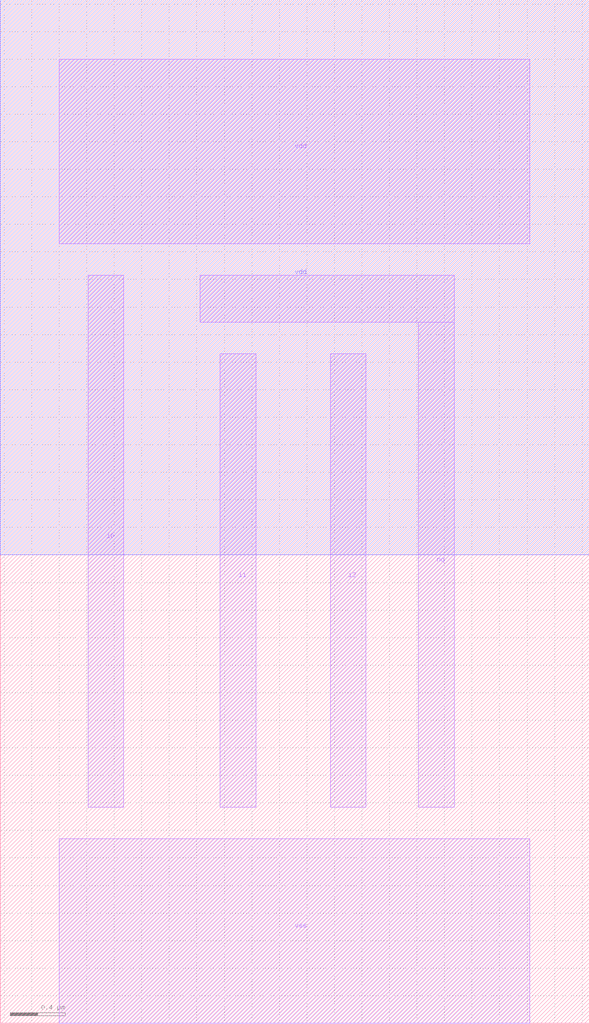
<source format=lef>
VERSION 5.7 ;
  NOWIREEXTENSIONATPIN ON ;
  DIVIDERCHAR "/" ;
  BUSBITCHARS "[]" ;
MACRO nand3_x0
  CLASS BLOCK ;
  FOREIGN nand3_x0 ;
  ORIGIN 0.430 0.000 ;
  SIZE 4.280 BY 7.430 ;
  PIN vss
    ANTENNADIFFAREA 1.517600 ;
    PORT
      LAYER Metal1 ;
        RECT 0.000 0.000 3.420 1.340 ;
    END
  END vss
  PIN vdd
    ANTENNADIFFAREA 1.975200 ;
    PORT
      LAYER Nwell ;
        RECT -0.430 3.400 3.850 7.430 ;
      LAYER Metal1 ;
        RECT 0.000 5.660 3.420 7.000 ;
    END
  END vdd
  PIN i0
    ANTENNAGATEAREA 0.492800 ;
    PORT
      LAYER Metal1 ;
        RECT 0.210 1.570 0.470 5.430 ;
    END
  END i0
  PIN nq
    ANTENNADIFFAREA 1.232000 ;
    PORT
      LAYER Metal1 ;
        RECT 1.025 5.090 2.870 5.430 ;
        RECT 2.610 1.570 2.870 5.090 ;
    END
  END nq
  PIN i1
    ANTENNAGATEAREA 0.492800 ;
    PORT
      LAYER Metal1 ;
        RECT 1.170 1.570 1.430 4.860 ;
    END
  END i1
  PIN i2
    ANTENNAGATEAREA 0.492800 ;
    PORT
      LAYER Metal1 ;
        RECT 1.970 1.570 2.230 4.860 ;
    END
  END i2
END nand3_x0
END LIBRARY


</source>
